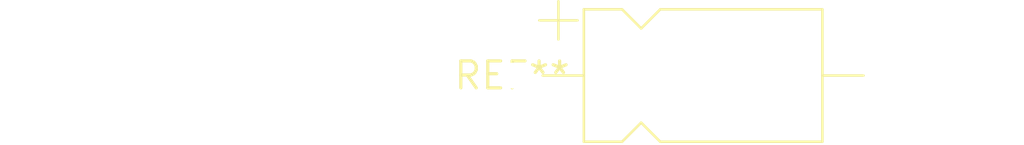
<source format=kicad_pcb>
(kicad_pcb (version 20240108) (generator pcbnew)
  (layers (0 "F.Cu" signal) (31 "B.Cu" signal) (34 "B.Paste" user) (35 "F.Paste" user) (36 "B.SilkS" user "B.Silkscreen") (37 "F.SilkS" user "F.Silkscreen") (38 "B.Mask" user) (39 "F.Mask" user) (44 "Edge.Cuts" user))
  (net 0 "")
  (footprint "CP_Axial_L11.0mm_D6.0mm_P18.00mm_Horizontal" (layer "F.Cu") (at 0 0)
    (property "Reference" "REF**")
    (property "Value" "CP_Axial_L11.0mm_D6.0mm_P18.00mm_Horizontal")
    (fp_line (start 1.28 -2.6) (end 3.08 -2.6) (layer "F.SilkS") (stroke (width 0.12)))
    (fp_line (start 1.44 0) (end 3.38 0) (layer "F.SilkS") (stroke (width 0.12)))
    (fp_line (start 2.18 -3.5) (end 2.18 -1.7) (layer "F.SilkS") (stroke (width 0.12)))
    (fp_line (start 3.38 -3.12) (end 3.38 3.12) (layer "F.SilkS") (stroke (width 0.12)))
    (fp_line (start 3.38 -3.12) (end 5.18 -3.12) (layer "F.SilkS") (stroke (width 0.12)))
    (fp_line (start 3.38 3.12) (end 5.18 3.12) (layer "F.SilkS") (stroke (width 0.12)))
    (fp_line (start 5.18 -3.12) (end 6.08 -2.22) (layer "F.SilkS") (stroke (width 0.12)))
    (fp_line (start 5.18 3.12) (end 6.08 2.22) (layer "F.SilkS") (stroke (width 0.12)))
    (fp_line (start 6.08 -2.22) (end 6.98 -3.12) (layer "F.SilkS") (stroke (width 0.12)))
    (fp_line (start 6.08 2.22) (end 6.98 3.12) (layer "F.SilkS") (stroke (width 0.12)))
    (fp_line (start 6.98 -3.12) (end 14.62 -3.12) (layer "F.SilkS") (stroke (width 0.12)))
    (fp_line (start 6.98 3.12) (end 14.62 3.12) (layer "F.SilkS") (stroke (width 0.12)))
    (fp_line (start 14.62 -3.12) (end 14.62 3.12) (layer "F.SilkS") (stroke (width 0.12)))
    (fp_line (start 16.56 0) (end 14.62 0) (layer "F.SilkS") (stroke (width 0.12)))
    (pad "1" thru_hole rect (at 0 0) (size 2.4 2.4) (drill 1.2) (layers *.Cu *.Mask) (remove_unused_layers))
    (pad "2" thru_hole oval (at 18 0) (size 2.4 2.4) (drill 1.2) (layers *.Cu *.Mask) (remove_unused_layers))
  )
)
</source>
